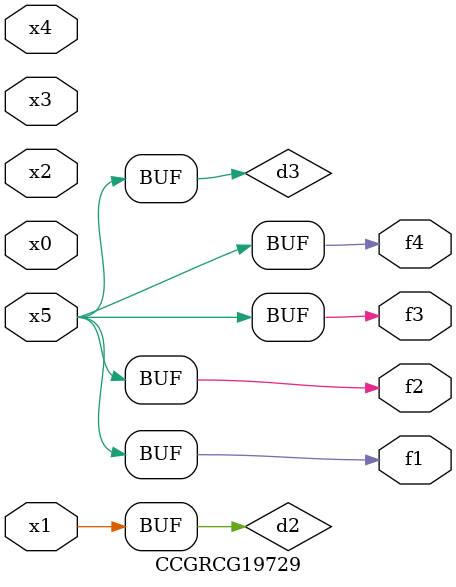
<source format=v>
module CCGRCG19729(
	input x0, x1, x2, x3, x4, x5,
	output f1, f2, f3, f4
);

	wire d1, d2, d3;

	not (d1, x5);
	or (d2, x1);
	xnor (d3, d1);
	assign f1 = d3;
	assign f2 = d3;
	assign f3 = d3;
	assign f4 = d3;
endmodule

</source>
